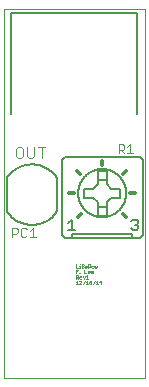
<source format=gto>
G75*
%MOIN*%
%OFA0B0*%
%FSLAX25Y25*%
%IPPOS*%
%LPD*%
%AMOC8*
5,1,8,0,0,1.08239X$1,22.5*
%
%ADD10C,0.00000*%
%ADD11C,0.00100*%
%ADD12C,0.00500*%
%ADD13C,0.00300*%
%ADD14C,0.00600*%
%ADD15C,0.01200*%
D10*
X0001000Y0001000D02*
X0001000Y0124071D01*
X0048244Y0124071D01*
X0048244Y0001039D01*
X0001000Y0001000D01*
D11*
X0025144Y0032270D02*
X0025878Y0032270D01*
X0025511Y0032270D02*
X0025511Y0033371D01*
X0025144Y0033004D01*
X0025144Y0034070D02*
X0025144Y0035171D01*
X0025695Y0035171D01*
X0025878Y0034988D01*
X0025878Y0034621D01*
X0025695Y0034437D01*
X0025144Y0034437D01*
X0025511Y0034437D02*
X0025878Y0034070D01*
X0026249Y0034254D02*
X0026249Y0034621D01*
X0026433Y0034804D01*
X0026800Y0034804D01*
X0026983Y0034621D01*
X0026983Y0034437D01*
X0026249Y0034437D01*
X0026249Y0034254D02*
X0026433Y0034070D01*
X0026800Y0034070D01*
X0026800Y0033371D02*
X0026433Y0033371D01*
X0026249Y0033188D01*
X0026800Y0033371D02*
X0026983Y0033188D01*
X0026983Y0033004D01*
X0026249Y0032270D01*
X0026983Y0032270D01*
X0027354Y0032270D02*
X0028088Y0033371D01*
X0028459Y0033004D02*
X0028826Y0033371D01*
X0028826Y0032270D01*
X0028459Y0032270D02*
X0029193Y0032270D01*
X0029564Y0032454D02*
X0029564Y0032821D01*
X0030115Y0032821D01*
X0030298Y0032637D01*
X0030298Y0032454D01*
X0030115Y0032270D01*
X0029748Y0032270D01*
X0029564Y0032454D01*
X0029564Y0032821D02*
X0029931Y0033188D01*
X0030298Y0033371D01*
X0031403Y0033371D02*
X0030669Y0032270D01*
X0031774Y0032270D02*
X0032508Y0032270D01*
X0032141Y0032270D02*
X0032141Y0033371D01*
X0031774Y0033004D01*
X0032879Y0032821D02*
X0033613Y0032821D01*
X0033429Y0033371D02*
X0033429Y0032270D01*
X0032879Y0032821D02*
X0033429Y0033371D01*
X0031956Y0037670D02*
X0032140Y0037854D01*
X0032140Y0038404D01*
X0031773Y0037854D02*
X0031956Y0037670D01*
X0031773Y0037854D02*
X0031589Y0037670D01*
X0031406Y0037854D01*
X0031406Y0038404D01*
X0031035Y0038221D02*
X0030851Y0038404D01*
X0030484Y0038404D01*
X0030301Y0038221D01*
X0030301Y0037854D01*
X0030484Y0037670D01*
X0030851Y0037670D01*
X0031035Y0037854D01*
X0031035Y0038221D01*
X0030667Y0036604D02*
X0030300Y0036604D01*
X0030117Y0036421D01*
X0030117Y0036054D01*
X0030300Y0035870D01*
X0030667Y0035870D01*
X0030851Y0036237D02*
X0030117Y0036237D01*
X0029746Y0036237D02*
X0029746Y0036421D01*
X0029562Y0036604D01*
X0029195Y0036604D01*
X0029012Y0036421D01*
X0029012Y0036054D01*
X0029195Y0035870D01*
X0029562Y0035870D01*
X0029746Y0036237D02*
X0029012Y0036237D01*
X0028641Y0035870D02*
X0027907Y0035870D01*
X0027907Y0036971D01*
X0028274Y0037670D02*
X0028091Y0037854D01*
X0028091Y0038221D01*
X0028274Y0038404D01*
X0028641Y0038404D01*
X0028825Y0038221D01*
X0028825Y0038037D01*
X0028091Y0038037D01*
X0027720Y0038037D02*
X0027720Y0037854D01*
X0027537Y0037670D01*
X0027170Y0037670D01*
X0026986Y0037854D01*
X0027170Y0038221D02*
X0026986Y0038404D01*
X0026986Y0038588D01*
X0027170Y0038771D01*
X0027537Y0038771D01*
X0027720Y0038588D01*
X0027537Y0038221D02*
X0027720Y0038037D01*
X0027537Y0038221D02*
X0027170Y0038221D01*
X0026616Y0037670D02*
X0026249Y0037670D01*
X0026433Y0037670D02*
X0026433Y0038404D01*
X0026249Y0038404D01*
X0026433Y0038771D02*
X0026433Y0038955D01*
X0025878Y0037670D02*
X0025144Y0037670D01*
X0025144Y0038771D01*
X0025144Y0036971D02*
X0025878Y0036971D01*
X0025511Y0036421D02*
X0025144Y0036421D01*
X0025144Y0036971D02*
X0025144Y0035870D01*
X0026249Y0035870D02*
X0026433Y0035870D01*
X0026433Y0036054D01*
X0026249Y0036054D01*
X0026249Y0035870D01*
X0027354Y0034804D02*
X0027721Y0034070D01*
X0028088Y0034804D01*
X0028459Y0034804D02*
X0028826Y0035171D01*
X0028826Y0034070D01*
X0028459Y0034070D02*
X0029193Y0034070D01*
X0030851Y0036237D02*
X0030851Y0036421D01*
X0030667Y0036604D01*
X0029746Y0038037D02*
X0029196Y0038037D01*
X0029196Y0037670D02*
X0029196Y0038771D01*
X0029746Y0038771D01*
X0029930Y0038588D01*
X0029930Y0038221D01*
X0029746Y0038037D01*
X0028641Y0037670D02*
X0028274Y0037670D01*
D12*
X0024893Y0050329D02*
X0022624Y0050329D01*
X0022624Y0052597D02*
X0023758Y0053732D01*
X0023758Y0050329D01*
X0018913Y0056630D02*
X0018913Y0067496D01*
X0018778Y0067701D01*
X0018638Y0067902D01*
X0018494Y0068100D01*
X0018344Y0068295D01*
X0018189Y0068485D01*
X0018031Y0068672D01*
X0017867Y0068855D01*
X0017699Y0069034D01*
X0017527Y0069209D01*
X0017351Y0069380D01*
X0017170Y0069546D01*
X0016986Y0069707D01*
X0016797Y0069865D01*
X0016605Y0070017D01*
X0016409Y0070165D01*
X0016210Y0070308D01*
X0016007Y0070446D01*
X0015801Y0070579D01*
X0015591Y0070707D01*
X0015379Y0070830D01*
X0015164Y0070947D01*
X0014946Y0071060D01*
X0014725Y0071167D01*
X0014502Y0071268D01*
X0014276Y0071365D01*
X0014048Y0071455D01*
X0013818Y0071540D01*
X0013585Y0071619D01*
X0013351Y0071693D01*
X0013116Y0071761D01*
X0012878Y0071823D01*
X0012640Y0071880D01*
X0012399Y0071930D01*
X0012158Y0071975D01*
X0011916Y0072013D01*
X0011673Y0072046D01*
X0011429Y0072073D01*
X0011184Y0072094D01*
X0010940Y0072109D01*
X0010694Y0072118D01*
X0010449Y0072121D01*
X0010204Y0072118D01*
X0009958Y0072109D01*
X0009714Y0072094D01*
X0009469Y0072073D01*
X0009225Y0072046D01*
X0008982Y0072013D01*
X0008740Y0071975D01*
X0008499Y0071930D01*
X0008258Y0071880D01*
X0008020Y0071823D01*
X0007782Y0071761D01*
X0007547Y0071693D01*
X0007313Y0071619D01*
X0007080Y0071540D01*
X0006850Y0071455D01*
X0006622Y0071365D01*
X0006396Y0071268D01*
X0006173Y0071167D01*
X0005952Y0071060D01*
X0005734Y0070947D01*
X0005519Y0070830D01*
X0005307Y0070707D01*
X0005097Y0070579D01*
X0004891Y0070446D01*
X0004688Y0070308D01*
X0004489Y0070165D01*
X0004293Y0070017D01*
X0004101Y0069865D01*
X0003912Y0069707D01*
X0003728Y0069546D01*
X0003547Y0069380D01*
X0003371Y0069209D01*
X0003199Y0069034D01*
X0003031Y0068855D01*
X0002867Y0068672D01*
X0002709Y0068485D01*
X0002554Y0068295D01*
X0002404Y0068100D01*
X0002260Y0067902D01*
X0002120Y0067701D01*
X0001985Y0067496D01*
X0001984Y0067496D02*
X0001984Y0056630D01*
X0001985Y0056630D02*
X0002120Y0056425D01*
X0002260Y0056224D01*
X0002404Y0056026D01*
X0002554Y0055831D01*
X0002709Y0055641D01*
X0002867Y0055454D01*
X0003031Y0055271D01*
X0003199Y0055092D01*
X0003371Y0054917D01*
X0003547Y0054746D01*
X0003728Y0054580D01*
X0003912Y0054419D01*
X0004101Y0054261D01*
X0004293Y0054109D01*
X0004489Y0053961D01*
X0004688Y0053818D01*
X0004891Y0053680D01*
X0005097Y0053547D01*
X0005307Y0053419D01*
X0005519Y0053296D01*
X0005734Y0053179D01*
X0005952Y0053066D01*
X0006173Y0052959D01*
X0006396Y0052858D01*
X0006622Y0052761D01*
X0006850Y0052671D01*
X0007080Y0052586D01*
X0007313Y0052507D01*
X0007547Y0052433D01*
X0007782Y0052365D01*
X0008020Y0052303D01*
X0008258Y0052246D01*
X0008499Y0052196D01*
X0008740Y0052151D01*
X0008982Y0052113D01*
X0009225Y0052080D01*
X0009469Y0052053D01*
X0009714Y0052032D01*
X0009958Y0052017D01*
X0010204Y0052008D01*
X0010449Y0052005D01*
X0010694Y0052008D01*
X0010940Y0052017D01*
X0011184Y0052032D01*
X0011429Y0052053D01*
X0011673Y0052080D01*
X0011916Y0052113D01*
X0012158Y0052151D01*
X0012399Y0052196D01*
X0012640Y0052246D01*
X0012878Y0052303D01*
X0013116Y0052365D01*
X0013351Y0052433D01*
X0013585Y0052507D01*
X0013818Y0052586D01*
X0014048Y0052671D01*
X0014276Y0052761D01*
X0014502Y0052858D01*
X0014725Y0052959D01*
X0014946Y0053066D01*
X0015164Y0053179D01*
X0015379Y0053296D01*
X0015591Y0053419D01*
X0015801Y0053547D01*
X0016007Y0053680D01*
X0016210Y0053818D01*
X0016409Y0053961D01*
X0016605Y0054109D01*
X0016797Y0054261D01*
X0016986Y0054419D01*
X0017170Y0054580D01*
X0017351Y0054746D01*
X0017527Y0054917D01*
X0017699Y0055092D01*
X0017867Y0055271D01*
X0018031Y0055454D01*
X0018189Y0055641D01*
X0018344Y0055831D01*
X0018494Y0056026D01*
X0018638Y0056224D01*
X0018778Y0056425D01*
X0018913Y0056630D01*
X0003622Y0089032D02*
X0003622Y0122532D01*
X0045622Y0122532D01*
X0045622Y0089032D01*
X0045325Y0053732D02*
X0044191Y0053732D01*
X0043624Y0053164D01*
X0044758Y0052030D02*
X0045325Y0052030D01*
X0045893Y0051463D01*
X0045893Y0050896D01*
X0045325Y0050329D01*
X0044191Y0050329D01*
X0043624Y0050896D01*
X0045325Y0052030D02*
X0045893Y0052597D01*
X0045893Y0053164D01*
X0045325Y0053732D01*
D13*
X0044201Y0075874D02*
X0042266Y0075874D01*
X0043233Y0075874D02*
X0043233Y0078777D01*
X0042266Y0077809D01*
X0041254Y0077326D02*
X0040771Y0076842D01*
X0039319Y0076842D01*
X0039319Y0075874D02*
X0039319Y0078777D01*
X0040771Y0078777D01*
X0041254Y0078293D01*
X0041254Y0077326D01*
X0040287Y0076842D02*
X0041254Y0075874D01*
X0014931Y0077865D02*
X0012462Y0077865D01*
X0013696Y0077865D02*
X0013696Y0074162D01*
X0011248Y0074779D02*
X0011248Y0077865D01*
X0011248Y0074779D02*
X0010630Y0074162D01*
X0009396Y0074162D01*
X0008779Y0074779D01*
X0008779Y0077865D01*
X0007564Y0077248D02*
X0006947Y0077865D01*
X0005713Y0077865D01*
X0005096Y0077248D01*
X0005096Y0074779D01*
X0005713Y0074162D01*
X0006947Y0074162D01*
X0007564Y0074779D01*
X0007564Y0077248D01*
X0007257Y0050942D02*
X0006774Y0050458D01*
X0006774Y0048523D01*
X0007257Y0048040D01*
X0008225Y0048040D01*
X0008709Y0048523D01*
X0009720Y0048040D02*
X0011655Y0048040D01*
X0010688Y0048040D02*
X0010688Y0050942D01*
X0009720Y0049975D01*
X0008709Y0050458D02*
X0008225Y0050942D01*
X0007257Y0050942D01*
X0005762Y0050458D02*
X0005762Y0049491D01*
X0005278Y0049007D01*
X0003827Y0049007D01*
X0003827Y0048040D02*
X0003827Y0050942D01*
X0005278Y0050942D01*
X0005762Y0050458D01*
D14*
X0020374Y0048579D02*
X0020374Y0055079D01*
X0020374Y0060079D01*
X0020374Y0073579D01*
X0021374Y0074579D01*
X0046374Y0074579D01*
X0047374Y0073579D01*
X0047374Y0060079D01*
X0047374Y0055079D01*
X0047374Y0048579D01*
X0046374Y0047579D01*
X0043874Y0047579D01*
X0036374Y0047579D01*
X0031374Y0047579D01*
X0023874Y0047579D01*
X0023874Y0049079D01*
X0029874Y0049079D01*
X0037874Y0049079D01*
X0043874Y0049079D01*
X0043874Y0047579D01*
X0039874Y0061079D02*
X0039874Y0064079D01*
X0036874Y0064079D01*
X0035374Y0065579D01*
X0035374Y0067079D01*
X0035374Y0070079D01*
X0032374Y0070079D01*
X0032374Y0067079D01*
X0032374Y0065579D01*
X0030874Y0064079D01*
X0027874Y0064079D01*
X0027874Y0061079D01*
X0030874Y0061079D01*
X0032374Y0059579D01*
X0032374Y0058079D01*
X0032374Y0055079D01*
X0035374Y0055079D01*
X0035374Y0058079D01*
X0035374Y0059579D01*
X0036874Y0061079D01*
X0039874Y0061079D01*
X0035374Y0058079D02*
X0032374Y0058079D01*
X0025874Y0062579D02*
X0025876Y0062775D01*
X0025884Y0062972D01*
X0025896Y0063168D01*
X0025913Y0063363D01*
X0025934Y0063558D01*
X0025961Y0063753D01*
X0025992Y0063947D01*
X0026028Y0064140D01*
X0026068Y0064332D01*
X0026114Y0064523D01*
X0026164Y0064713D01*
X0026218Y0064901D01*
X0026278Y0065088D01*
X0026342Y0065274D01*
X0026410Y0065458D01*
X0026483Y0065640D01*
X0026560Y0065821D01*
X0026642Y0065999D01*
X0026728Y0066176D01*
X0026819Y0066350D01*
X0026913Y0066522D01*
X0027012Y0066692D01*
X0027115Y0066859D01*
X0027222Y0067024D01*
X0027333Y0067185D01*
X0027448Y0067345D01*
X0027567Y0067501D01*
X0027690Y0067654D01*
X0027816Y0067804D01*
X0027946Y0067951D01*
X0028080Y0068095D01*
X0028217Y0068236D01*
X0028358Y0068373D01*
X0028502Y0068507D01*
X0028649Y0068637D01*
X0028799Y0068763D01*
X0028952Y0068886D01*
X0029108Y0069005D01*
X0029268Y0069120D01*
X0029429Y0069231D01*
X0029594Y0069338D01*
X0029761Y0069441D01*
X0029931Y0069540D01*
X0030103Y0069634D01*
X0030277Y0069725D01*
X0030454Y0069811D01*
X0030632Y0069893D01*
X0030813Y0069970D01*
X0030995Y0070043D01*
X0031179Y0070111D01*
X0031365Y0070175D01*
X0031552Y0070235D01*
X0031740Y0070289D01*
X0031930Y0070339D01*
X0032121Y0070385D01*
X0032313Y0070425D01*
X0032506Y0070461D01*
X0032700Y0070492D01*
X0032895Y0070519D01*
X0033090Y0070540D01*
X0033285Y0070557D01*
X0033481Y0070569D01*
X0033678Y0070577D01*
X0033874Y0070579D01*
X0034070Y0070577D01*
X0034267Y0070569D01*
X0034463Y0070557D01*
X0034658Y0070540D01*
X0034853Y0070519D01*
X0035048Y0070492D01*
X0035242Y0070461D01*
X0035435Y0070425D01*
X0035627Y0070385D01*
X0035818Y0070339D01*
X0036008Y0070289D01*
X0036196Y0070235D01*
X0036383Y0070175D01*
X0036569Y0070111D01*
X0036753Y0070043D01*
X0036935Y0069970D01*
X0037116Y0069893D01*
X0037294Y0069811D01*
X0037471Y0069725D01*
X0037645Y0069634D01*
X0037817Y0069540D01*
X0037987Y0069441D01*
X0038154Y0069338D01*
X0038319Y0069231D01*
X0038480Y0069120D01*
X0038640Y0069005D01*
X0038796Y0068886D01*
X0038949Y0068763D01*
X0039099Y0068637D01*
X0039246Y0068507D01*
X0039390Y0068373D01*
X0039531Y0068236D01*
X0039668Y0068095D01*
X0039802Y0067951D01*
X0039932Y0067804D01*
X0040058Y0067654D01*
X0040181Y0067501D01*
X0040300Y0067345D01*
X0040415Y0067185D01*
X0040526Y0067024D01*
X0040633Y0066859D01*
X0040736Y0066692D01*
X0040835Y0066522D01*
X0040929Y0066350D01*
X0041020Y0066176D01*
X0041106Y0065999D01*
X0041188Y0065821D01*
X0041265Y0065640D01*
X0041338Y0065458D01*
X0041406Y0065274D01*
X0041470Y0065088D01*
X0041530Y0064901D01*
X0041584Y0064713D01*
X0041634Y0064523D01*
X0041680Y0064332D01*
X0041720Y0064140D01*
X0041756Y0063947D01*
X0041787Y0063753D01*
X0041814Y0063558D01*
X0041835Y0063363D01*
X0041852Y0063168D01*
X0041864Y0062972D01*
X0041872Y0062775D01*
X0041874Y0062579D01*
X0041872Y0062383D01*
X0041864Y0062186D01*
X0041852Y0061990D01*
X0041835Y0061795D01*
X0041814Y0061600D01*
X0041787Y0061405D01*
X0041756Y0061211D01*
X0041720Y0061018D01*
X0041680Y0060826D01*
X0041634Y0060635D01*
X0041584Y0060445D01*
X0041530Y0060257D01*
X0041470Y0060070D01*
X0041406Y0059884D01*
X0041338Y0059700D01*
X0041265Y0059518D01*
X0041188Y0059337D01*
X0041106Y0059159D01*
X0041020Y0058982D01*
X0040929Y0058808D01*
X0040835Y0058636D01*
X0040736Y0058466D01*
X0040633Y0058299D01*
X0040526Y0058134D01*
X0040415Y0057973D01*
X0040300Y0057813D01*
X0040181Y0057657D01*
X0040058Y0057504D01*
X0039932Y0057354D01*
X0039802Y0057207D01*
X0039668Y0057063D01*
X0039531Y0056922D01*
X0039390Y0056785D01*
X0039246Y0056651D01*
X0039099Y0056521D01*
X0038949Y0056395D01*
X0038796Y0056272D01*
X0038640Y0056153D01*
X0038480Y0056038D01*
X0038319Y0055927D01*
X0038154Y0055820D01*
X0037987Y0055717D01*
X0037817Y0055618D01*
X0037645Y0055524D01*
X0037471Y0055433D01*
X0037294Y0055347D01*
X0037116Y0055265D01*
X0036935Y0055188D01*
X0036753Y0055115D01*
X0036569Y0055047D01*
X0036383Y0054983D01*
X0036196Y0054923D01*
X0036008Y0054869D01*
X0035818Y0054819D01*
X0035627Y0054773D01*
X0035435Y0054733D01*
X0035242Y0054697D01*
X0035048Y0054666D01*
X0034853Y0054639D01*
X0034658Y0054618D01*
X0034463Y0054601D01*
X0034267Y0054589D01*
X0034070Y0054581D01*
X0033874Y0054579D01*
X0033678Y0054581D01*
X0033481Y0054589D01*
X0033285Y0054601D01*
X0033090Y0054618D01*
X0032895Y0054639D01*
X0032700Y0054666D01*
X0032506Y0054697D01*
X0032313Y0054733D01*
X0032121Y0054773D01*
X0031930Y0054819D01*
X0031740Y0054869D01*
X0031552Y0054923D01*
X0031365Y0054983D01*
X0031179Y0055047D01*
X0030995Y0055115D01*
X0030813Y0055188D01*
X0030632Y0055265D01*
X0030454Y0055347D01*
X0030277Y0055433D01*
X0030103Y0055524D01*
X0029931Y0055618D01*
X0029761Y0055717D01*
X0029594Y0055820D01*
X0029429Y0055927D01*
X0029268Y0056038D01*
X0029108Y0056153D01*
X0028952Y0056272D01*
X0028799Y0056395D01*
X0028649Y0056521D01*
X0028502Y0056651D01*
X0028358Y0056785D01*
X0028217Y0056922D01*
X0028080Y0057063D01*
X0027946Y0057207D01*
X0027816Y0057354D01*
X0027690Y0057504D01*
X0027567Y0057657D01*
X0027448Y0057813D01*
X0027333Y0057973D01*
X0027222Y0058134D01*
X0027115Y0058299D01*
X0027012Y0058466D01*
X0026913Y0058636D01*
X0026819Y0058808D01*
X0026728Y0058982D01*
X0026642Y0059159D01*
X0026560Y0059337D01*
X0026483Y0059518D01*
X0026410Y0059700D01*
X0026342Y0059884D01*
X0026278Y0060070D01*
X0026218Y0060257D01*
X0026164Y0060445D01*
X0026114Y0060635D01*
X0026068Y0060826D01*
X0026028Y0061018D01*
X0025992Y0061211D01*
X0025961Y0061405D01*
X0025934Y0061600D01*
X0025913Y0061795D01*
X0025896Y0061990D01*
X0025884Y0062186D01*
X0025876Y0062383D01*
X0025874Y0062579D01*
X0020374Y0048579D02*
X0021374Y0047579D01*
X0023874Y0047579D01*
X0032374Y0067079D02*
X0035374Y0067079D01*
D15*
X0033874Y0071779D02*
X0033874Y0073279D01*
X0040874Y0069079D02*
X0041874Y0070079D01*
X0043274Y0062579D02*
X0044774Y0062579D01*
X0040874Y0055579D02*
X0041874Y0054579D01*
X0026874Y0055579D02*
X0025874Y0054579D01*
X0024474Y0062579D02*
X0022974Y0062579D01*
X0026374Y0069079D02*
X0025374Y0070079D01*
M02*

</source>
